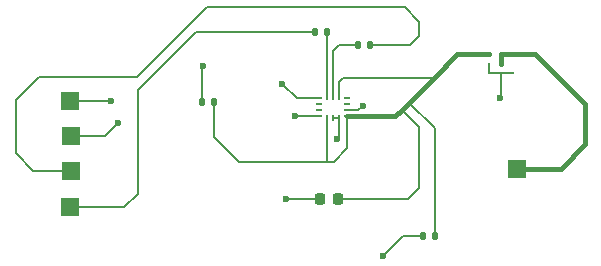
<source format=gbr>
%TF.GenerationSoftware,KiCad,Pcbnew,8.0.4*%
%TF.CreationDate,2024-11-04T05:07:06-05:00*%
%TF.ProjectId,6-axisIMU,362d6178-6973-4494-9d55-2e6b69636164,V01*%
%TF.SameCoordinates,Original*%
%TF.FileFunction,Copper,L1,Top*%
%TF.FilePolarity,Positive*%
%FSLAX46Y46*%
G04 Gerber Fmt 4.6, Leading zero omitted, Abs format (unit mm)*
G04 Created by KiCad (PCBNEW 8.0.4) date 2024-11-04 05:07:06*
%MOMM*%
%LPD*%
G01*
G04 APERTURE LIST*
G04 Aperture macros list*
%AMRoundRect*
0 Rectangle with rounded corners*
0 $1 Rounding radius*
0 $2 $3 $4 $5 $6 $7 $8 $9 X,Y pos of 4 corners*
0 Add a 4 corners polygon primitive as box body*
4,1,4,$2,$3,$4,$5,$6,$7,$8,$9,$2,$3,0*
0 Add four circle primitives for the rounded corners*
1,1,$1+$1,$2,$3*
1,1,$1+$1,$4,$5*
1,1,$1+$1,$6,$7*
1,1,$1+$1,$8,$9*
0 Add four rect primitives between the rounded corners*
20,1,$1+$1,$2,$3,$4,$5,0*
20,1,$1+$1,$4,$5,$6,$7,0*
20,1,$1+$1,$6,$7,$8,$9,0*
20,1,$1+$1,$8,$9,$2,$3,0*%
G04 Aperture macros list end*
%TA.AperFunction,ComponentPad*%
%ADD10RoundRect,0.250000X-0.550000X-0.550000X0.550000X-0.550000X0.550000X0.550000X-0.550000X0.550000X0*%
%TD*%
%TA.AperFunction,SMDPad,CuDef*%
%ADD11C,0.299999*%
%TD*%
%TA.AperFunction,SMDPad,CuDef*%
%ADD12RoundRect,0.140000X-0.140000X-0.170000X0.140000X-0.170000X0.140000X0.170000X-0.140000X0.170000X0*%
%TD*%
%TA.AperFunction,SMDPad,CuDef*%
%ADD13RoundRect,0.225000X-0.225000X-0.250000X0.225000X-0.250000X0.225000X0.250000X-0.225000X0.250000X0*%
%TD*%
%TA.AperFunction,SMDPad,CuDef*%
%ADD14RoundRect,0.135000X0.135000X0.185000X-0.135000X0.185000X-0.135000X-0.185000X0.135000X-0.185000X0*%
%TD*%
%TA.AperFunction,SMDPad,CuDef*%
%ADD15RoundRect,0.135000X-0.135000X-0.185000X0.135000X-0.185000X0.135000X0.185000X-0.135000X0.185000X0*%
%TD*%
%TA.AperFunction,SMDPad,CuDef*%
%ADD16R,0.250000X0.475000*%
%TD*%
%TA.AperFunction,SMDPad,CuDef*%
%ADD17R,0.475000X0.250000*%
%TD*%
%TA.AperFunction,SMDPad,CuDef*%
%ADD18RoundRect,0.140000X0.140000X0.170000X-0.140000X0.170000X-0.140000X-0.170000X0.140000X-0.170000X0*%
%TD*%
%TA.AperFunction,ViaPad*%
%ADD19C,0.600000*%
%TD*%
%TA.AperFunction,Conductor*%
%ADD20C,0.200000*%
%TD*%
%TA.AperFunction,Conductor*%
%ADD21C,0.400000*%
%TD*%
G04 APERTURE END LIST*
D10*
%TO.P,SDA,1*%
%TO.N,unconnected-(R2-Pad2)*%
X63650000Y-43150000D03*
%TD*%
%TO.P,INT2,1*%
%TO.N,/INT2*%
X63650000Y-34150000D03*
%TD*%
%TO.P,5V-In,1*%
%TO.N,+5V*%
X101500000Y-39900000D03*
%TD*%
%TO.P,INT1,1*%
%TO.N,/INT1*%
X63700000Y-37100000D03*
%TD*%
%TO.P,SCL,1*%
%TO.N,SCL*%
X63700000Y-40100000D03*
%TD*%
D11*
%TO.P,U2,C3,GND*%
%TO.N,GND*%
X101099999Y-31799999D03*
%TO.P,U2,C2,GND*%
X100099998Y-31799999D03*
%TO.P,U2,C1,GND*%
X99100000Y-31799999D03*
%TO.P,U2,B2,EN*%
%TO.N,+5V*%
X100099998Y-31000001D03*
%TO.P,U2,B1,MODE*%
%TO.N,GND*%
X99100000Y-30999998D03*
%TO.P,U2,A3,VIN*%
%TO.N,+5V*%
X101099999Y-30200000D03*
%TO.P,U2,A2,VIN*%
X100099998Y-30200000D03*
%TO.P,U2,A1,VOUT*%
%TO.N,Net-(MT1-AP_CS)*%
X99100000Y-30200000D03*
%TD*%
D12*
%TO.P,C1,2*%
%TO.N,Net-(MT1-AP_CS)*%
X94480000Y-45600000D03*
%TO.P,C1,1*%
%TO.N,GND*%
X93520000Y-45600000D03*
%TD*%
D13*
%TO.P,C2,2*%
%TO.N,Net-(MT1-AP_CS)*%
X86300000Y-42500000D03*
%TO.P,C2,1*%
%TO.N,GND*%
X84750000Y-42500000D03*
%TD*%
D14*
%TO.P,R2,2*%
%TO.N,unconnected-(R2-Pad2)*%
X84380000Y-28350000D03*
%TO.P,R2,1*%
%TO.N,Net-(MT1-AP_SDA{slash}AP_SDIO{slash}AP_SDI)*%
X85400000Y-28350000D03*
%TD*%
D15*
%TO.P,R1,2*%
%TO.N,SCL*%
X89000000Y-29450000D03*
%TO.P,R1,1*%
%TO.N,Net-(MT1-AP_SCL{slash}AP_SCLK)*%
X87980000Y-29450000D03*
%TD*%
D16*
%TO.P,MT1,14,AP_SDA/AP_SDIO/AP_SDI*%
%TO.N,Net-(MT1-AP_SDA{slash}AP_SDIO{slash}AP_SDI)*%
X85400000Y-33787500D03*
%TO.P,MT1,13,AP_SCL/AP_SCLK*%
%TO.N,Net-(MT1-AP_SCL{slash}AP_SCLK)*%
X85900000Y-33787500D03*
%TO.P,MT1,12,AP_CS*%
%TO.N,Net-(MT1-AP_CS)*%
X86400000Y-33787500D03*
D17*
%TO.P,MT1,11,RESV__3*%
%TO.N,unconnected-(MT1-RESV__3-Pad11)*%
X87062500Y-33950000D03*
%TO.P,MT1,10,RESV__2*%
%TO.N,unconnected-(MT1-RESV__2-Pad10)*%
X87062500Y-34450000D03*
%TO.P,MT1,9,INT2*%
%TO.N,/INT2*%
X87062500Y-34950000D03*
%TO.P,MT1,8,VDD*%
%TO.N,Net-(MT1-AP_CS)*%
X87062500Y-35450000D03*
D16*
%TO.P,MT1,7,FSYNC*%
%TO.N,GND*%
X86400000Y-35612500D03*
%TO.P,MT1,6,GND*%
X85900000Y-35612500D03*
%TO.P,MT1,5,VDDIO*%
%TO.N,Net-(MT1-AP_CS)*%
X85400000Y-35612500D03*
D17*
%TO.P,MT1,4,INT1/INT*%
%TO.N,/INT1*%
X84737500Y-35450000D03*
%TO.P,MT1,3,RESV__1*%
%TO.N,unconnected-(MT1-RESV__1-Pad3)*%
X84737500Y-34950000D03*
%TO.P,MT1,2,RESV*%
%TO.N,unconnected-(MT1-RESV-Pad2)*%
X84737500Y-34450000D03*
%TO.P,MT1,1,AP_SDO/AP_AD0*%
%TO.N,GND*%
X84737500Y-33950000D03*
%TD*%
D18*
%TO.P,C3,2*%
%TO.N,GND*%
X74820000Y-34250000D03*
%TO.P,C3,1*%
%TO.N,Net-(MT1-AP_CS)*%
X75780000Y-34250000D03*
%TD*%
D19*
%TO.N,/INT2*%
X67050000Y-34150000D03*
%TO.N,GND*%
X86250000Y-37400000D03*
X74900000Y-31200000D03*
X100050000Y-33900000D03*
X90100000Y-47300000D03*
X81900000Y-42500000D03*
X81600000Y-32750000D03*
%TO.N,/INT1*%
X82650000Y-35450000D03*
X67650000Y-36050000D03*
%TO.N,/INT2*%
X88400000Y-34550000D03*
%TD*%
D20*
%TO.N,Net-(MT1-AP_CS)*%
X75780000Y-34250000D02*
X75780000Y-37180000D01*
X75780000Y-37180000D02*
X77900000Y-39300000D01*
X77900000Y-39300000D02*
X85400000Y-39300000D01*
%TO.N,unconnected-(R2-Pad2)*%
X84380000Y-28350000D02*
X74250000Y-28350000D01*
X74250000Y-28350000D02*
X69350000Y-33250000D01*
X69350000Y-33250000D02*
X69350000Y-42000000D01*
X69350000Y-42000000D02*
X68200000Y-43150000D01*
X68200000Y-43150000D02*
X63650000Y-43150000D01*
D21*
%TO.N,+5V*%
X101099999Y-30200000D02*
X102950000Y-30200000D01*
X107200000Y-34450000D02*
X107200000Y-37850000D01*
X105150000Y-39900000D02*
X101500000Y-39900000D01*
X102950000Y-30200000D02*
X107200000Y-34450000D01*
X107200000Y-37850000D02*
X105150000Y-39900000D01*
D20*
%TO.N,/INT2*%
X67050000Y-34150000D02*
X63650000Y-34150000D01*
%TO.N,SCL*%
X89000000Y-29450000D02*
X92400000Y-29450000D01*
X92400000Y-29450000D02*
X93200000Y-28650000D01*
X75200000Y-26200000D02*
X69300000Y-32100000D01*
X69300000Y-32100000D02*
X61000000Y-32100000D01*
X93200000Y-28650000D02*
X93200000Y-27450000D01*
X93200000Y-27450000D02*
X91950000Y-26200000D01*
X91950000Y-26200000D02*
X75200000Y-26200000D01*
X61000000Y-32100000D02*
X59000000Y-34100000D01*
X59000000Y-38600000D02*
X60500000Y-40100000D01*
X59000000Y-34100000D02*
X59000000Y-38600000D01*
X60500000Y-40100000D02*
X63700000Y-40100000D01*
%TO.N,/INT1*%
X67650000Y-36050000D02*
X66600000Y-37100000D01*
X66600000Y-37100000D02*
X63700000Y-37100000D01*
%TO.N,GND*%
X74900000Y-31200000D02*
X74820000Y-31280000D01*
X74820000Y-31280000D02*
X74820000Y-34250000D01*
X100099998Y-31799999D02*
X100099998Y-33850002D01*
X100099998Y-33850002D02*
X100050000Y-33900000D01*
X90100000Y-47300000D02*
X91800000Y-45600000D01*
X91800000Y-45600000D02*
X93520000Y-45600000D01*
X81900000Y-42500000D02*
X84750000Y-42500000D01*
X86400000Y-35612500D02*
X86400000Y-37250000D01*
X86400000Y-37250000D02*
X86250000Y-37400000D01*
X84737500Y-33950000D02*
X82800000Y-33950000D01*
X82800000Y-33950000D02*
X81600000Y-32750000D01*
%TO.N,Net-(MT1-AP_CS)*%
X85950000Y-39300000D02*
X85400000Y-39300000D01*
X85400000Y-35612500D02*
X85400000Y-39300000D01*
X87062500Y-35450000D02*
X87062500Y-38187500D01*
X87062500Y-38187500D02*
X85950000Y-39300000D01*
X86400000Y-32550000D02*
X86750000Y-32200000D01*
D21*
X96400000Y-30200000D02*
X94400000Y-32200000D01*
D20*
X86750000Y-32200000D02*
X94400000Y-32200000D01*
X86400000Y-33787500D02*
X86400000Y-32550000D01*
D21*
X94400000Y-32200000D02*
X92300000Y-34300000D01*
D20*
%TO.N,GND*%
X99100000Y-31799999D02*
X101099999Y-31799999D01*
X99100000Y-30999998D02*
X99100000Y-31799999D01*
%TO.N,/INT1*%
X82650000Y-35450000D02*
X84737500Y-35450000D01*
%TO.N,/INT2*%
X87062500Y-34950000D02*
X88000000Y-34950000D01*
X88000000Y-34950000D02*
X88400000Y-34550000D01*
%TO.N,Net-(MT1-AP_SDA{slash}AP_SDIO{slash}AP_SDI)*%
X85400000Y-28350000D02*
X85400000Y-33787500D01*
%TO.N,Net-(MT1-AP_SCL{slash}AP_SCLK)*%
X85900000Y-29900000D02*
X86350000Y-29450000D01*
X85900000Y-33787500D02*
X85900000Y-29900000D01*
X86350000Y-29450000D02*
X87980000Y-29450000D01*
X85900000Y-33787500D02*
X85917000Y-33770500D01*
%TO.N,Net-(MT1-AP_SDA{slash}AP_SDIO{slash}AP_SDI)*%
X85420000Y-33767500D02*
X85400000Y-33787500D01*
D21*
%TO.N,Net-(MT1-AP_CS)*%
X91700000Y-34900000D02*
X91150000Y-35450000D01*
X92300000Y-34300000D02*
X91700000Y-34900000D01*
D20*
X94480000Y-36480000D02*
X94480000Y-45600000D01*
X92300000Y-34300000D02*
X94480000Y-36480000D01*
D21*
X99100000Y-30200000D02*
X96400000Y-30200000D01*
X91150000Y-35450000D02*
X87062500Y-35450000D01*
%TO.N,+5V*%
X100099998Y-31000001D02*
X100099998Y-30200000D01*
X101099999Y-30200000D02*
X100099998Y-30200000D01*
D20*
%TO.N,GND*%
X85900000Y-35612500D02*
X86400000Y-35612500D01*
%TO.N,Net-(MT1-AP_CS)*%
X93200000Y-41500000D02*
X92200000Y-42500000D01*
X92200000Y-42500000D02*
X86300000Y-42500000D01*
X91700000Y-34900000D02*
X93200000Y-36400000D01*
X93200000Y-36400000D02*
X93200000Y-41500000D01*
%TD*%
M02*

</source>
